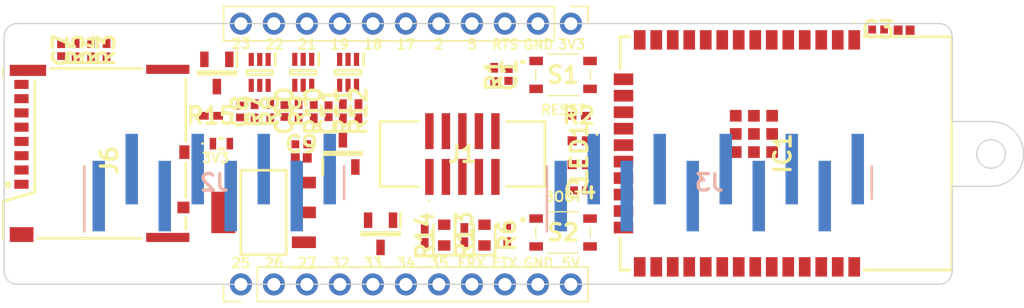
<source format=kicad_pcb>
(kicad_pcb (version 20211014) (generator pcbnew)
  (layers (0 "F.Cu" signal) (31 "B.Cu" signal) (34 "B.Paste" user) (35 "F.Paste" user) (36 "B.SilkS" user "B.Silkscreen") (37 "F.SilkS" user "F.Silkscreen") (38 "B.Mask" user) (39 "F.Mask" user) (44 "Edge.Cuts" user))
  (net 0 "")
  (net 1 "GND")
  (net 2 "RESET")
  (net 3 "+3V3")
  (net 4 "+5V")
  (net 5 "+LDO_3V3")
  (net 7 "GPIO39")
  (net 8 "GPIO34")
  (net 9 "GPIO35")
  (net 10 "GPIO32")
  (net 11 "GPIO33")
  (net 12 "GPIO25")
  (net 13 "GPIO26")
  (net 14 "GPIO27")
  (net 15 "TMS")
  (net 16 "TDI")
  (net 17 "TCK")
  (net 24 "TDO")
  (net 25 "GPIO02")
  (net 26 "Net-(IC1-Pad25)")
  (net 27 "GPIO04")
  (net 28 "GPIO16")
  (net 29 "GPIO17")
  (net 30 "GPIO05")
  (net 31 "GPIO18")
  (net 32 "GPIO19")
  (net 34 "GPIO21")
  (net 35 "TX")
  (net 36 "RX")
  (net 37 "GPIO22")
  (net 38 "GPIO23")
  (net 39 "Net-(IC2-Pad1)")
  (net 40 "+ext_3V3")
  (net 41 "Net-(IC4-Pad1)")
  (net 42 "Net-(IC5-Pad1)")
  (net 43 "+ext_5V")
  (net 44 "FLP_GPIO_0")
  (net 45 "GPIO36")
  (net 46 "GPIO017")
  (net 49 "Net-(J6-Pad2)")
  (net 50 "Net-(J6-Pad3)")
  (net 51 "Net-(J6-Pad5)")
  (net 54 "Net-(LED1-Pad3)")
  (net 55 "Net-(LED2-Pad2)")
  (net 56 "Net-(LED3-Pad2)")
  (net 57 "Net-(LED4-Pad1)")
  (net 58 "Net-(R7-Pad2)")
  (net 59 "Net-(R9-Pad2)")
  (net 60 "Net-(R11-Pad2)")
  (footprint "Libraries:RESC1005X40N" (layer "F.Cu") (at 134.96 96.59 90)
    (fp_text reference "R10" (at 0 0 90) (layer "F.SilkS") (effects (font (size 1.27 1.27) (thickness 0.254))))
    (fp_text value "100K" hide)
    (pad "1" smd rect locked (at -0.55 0 180) (size 0.6 0.75) (layers "F.Cu" "F.Paste" "F.Mask") (net 1 "GND"))
    (pad "2" smd rect locked (at 0.55 0 180) (size 0.6 0.75) (layers "F.Cu" "F.Paste" "F.Mask") (net 41 "Net-(IC4-Pad1)"))
  )
  (footprint "Libraries:RESC1005X40N" (layer "F.Cu") (at 127.05 96.95)
    (fp_text reference "R15" (at 0 0) (layer "F.SilkS") (effects (font (size 1.27 1.27) (thickness 0.254))))
    (fp_text value "1K" hide)
    (pad "1" smd rect locked (at -0.55 0 90) (size 0.6 0.75) (layers "F.Cu" "F.Paste" "F.Mask") (net 3 "+3V3"))
    (pad "2" smd rect locked (at 0.55 0 90) (size 0.6 0.75) (layers "F.Cu" "F.Paste" "F.Mask") (net 57 "Net-(LED4-Pad1)"))
  )
  (footprint "Libraries:RESC1005X40N" (layer "F.Cu") (at 149.85 106.15 -90)
    (fp_text reference "R6" (at 0 0 -90) (layer "F.SilkS") (effects (font (size 1.27 1.27) (thickness 0.254))))
    (fp_text value "10k" hide)
    (pad "1" smd rect locked (at -0.55 0) (size 0.6 0.75) (layers "F.Cu" "F.Paste" "F.Mask") (net 26 "Net-(IC1-Pad25)"))
    (pad "2" smd rect locked (at 0.55 0) (size 0.6 0.75) (layers "F.Cu" "F.Paste" "F.Mask") (net 3 "+3V3"))
  )
  (footprint "Libraries:CAPC1005X55N" (layer "F.Cu") (at 115.52 91.89 -90)
    (fp_text reference "C7" (at 0 0 90) (layer "F.SilkS") (effects (font (size 1.27 1.27) (thickness 0.254))))
    (fp_text value "100n" hide)
    (pad "1" smd rect locked (at -0.46 0 270) (size 0.6 0.62) (layers "F.Cu" "F.Paste" "F.Mask") (net 1 "GND"))
    (pad "2" smd rect locked (at 0.46 0 270) (size 0.6 0.62) (layers "F.Cu" "F.Paste" "F.Mask") (net 3 "+3V3"))
  )
  (footprint "Libraries:RESC1005X40N" (layer "F.Cu") (at 116.63 91.9 -90)
    (fp_text reference "R5" (at 0 0 90) (layer "F.SilkS") (effects (font (size 1.27 1.27) (thickness 0.254))))
    (fp_text value "1K" hide)
    (pad "1" smd rect locked (at -0.55 0) (size 0.6 0.75) (layers "F.Cu" "F.Paste" "F.Mask") (net 31 "GPIO18"))
    (pad "2" smd rect locked (at 0.55 0) (size 0.6 0.75) (layers "F.Cu" "F.Paste" "F.Mask") (net 51 "Net-(J6-Pad5)"))
  )
  (footprint "SamacSys_Parts:SOT96P240X120-3N" (layer "F.Cu") (at 127.5 93.65 -90)
    (fp_text reference "IC2" hide)
    (fp_text value "DMP1045U-7" hide)
    (fp_line (start -0.1 1.45) (end -0.1 -1.45) (layer "F.SilkS") (width 0.2))
    (fp_line (start 0.1 1.45) (end -0.1 1.45) (layer "F.SilkS") (width 0.2))
    (fp_line (start -0.1 -1.45) (end 0.1 -1.45) (layer "F.SilkS") (width 0.2))
    (fp_line (start 0.1 -1.45) (end 0.1 1.45) (layer "F.SilkS") (width 0.2))
    (fp_line (start -1.65 -1.535) (end -0.45 -1.535) (layer "F.SilkS") (width 0.2))
    (pad "1" smd rect locked (at -1.05 -0.96) (size 0.65 1.2) (layers "F.Cu" "F.Paste" "F.Mask") (net 39 "Net-(IC2-Pad1)"))
    (pad "2" smd rect locked (at -1.05 0.96) (size 0.65 1.2) (layers "F.Cu" "F.Paste" "F.Mask") (net 3 "+3V3"))
    (pad "3" smd rect locked (at 1.05 0) (size 0.65 1.2) (layers "F.Cu" "F.Paste" "F.Mask") (net 40 "+ext_3V3"))
  )
  (footprint "SamacSys_Parts:SOT96P240X120-3N" (layer "F.Cu") (at 137.2 99.85 90)
    (fp_text reference "IC4" hide)
    (fp_text value "DMP1045U-7" hide)
    (fp_line (start 0.1 -1.45) (end 0.1 1.45) (layer "F.SilkS") (width 0.2))
    (fp_line (start 0.1 1.45) (end -0.1 1.45) (layer "F.SilkS") (width 0.2))
    (fp_line (start -0.1 -1.45) (end 0.1 -1.45) (layer "F.SilkS") (width 0.2))
    (fp_line (start -1.65 -1.535) (end -0.45 -1.535) (layer "F.SilkS") (width 0.2))
    (fp_line (start -0.1 1.45) (end -0.1 -1.45) (layer "F.SilkS") (width 0.2))
    (pad "1" smd rect locked (at -1.05 -0.96 180) (size 0.65 1.2) (layers "F.Cu" "F.Paste" "F.Mask") (net 41 "Net-(IC4-Pad1)"))
    (pad "2" smd rect locked (at -1.05 0.96 180) (size 0.65 1.2) (layers "F.Cu" "F.Paste" "F.Mask") (net 3 "+3V3"))
    (pad "3" smd rect locked (at 1.05 0 180) (size 0.65 1.2) (layers "F.Cu" "F.Paste" "F.Mask") (net 5 "+LDO_3V3"))
  )
  (footprint "Connector_PinHeader_2.54mm:PinHeader_1x11_P2.54mm_Vertical" (layer "F.Cu") (at 154.75 89.85 -90)
    (fp_text reference "J4" hide)
    (fp_text value "Conn_01x11" hide)
    (fp_line (start 1.33 1.27) (end 1.33 26.73) (layer "F.SilkS") (width 0.12))
    (fp_line (start -1.33 1.27) (end -1.33 26.73) (layer "F.SilkS") (width 0.12))
    (fp_line (start -1.33 26.73) (end 1.33 26.73) (layer "F.SilkS") (width 0.12))
    (fp_line (start -1.33 -1.33) (end 0 -1.33) (layer "F.SilkS") (width 0.12))
    (fp_line (start -1.33 1.27) (end 1.33 1.27) (layer "F.SilkS") (width 0.12))
    (fp_line (start -1.33 0) (end -1.33 -1.33) (layer "F.SilkS") (width 0.12))
    (pad "1" thru_hole circle (at 0 0 270) (size 1.7 1.7) (drill 1) (layers *.Cu *.Mask) (net 3 "+3V3"))
    (pad "2" thru_hole oval (at 0 2.54 270) (size 1.7 1.7) (drill 1) (layers *.Cu *.Mask) (net 1 "GND"))
    (pad "3" thru_hole oval (at 0 5.08 270) (size 1.7 1.7) (drill 1) (layers *.Cu *.Mask) (net 44 "FLP_GPIO_0"))
    (pad "4" thru_hole oval (at 0 7.62 270) (size 1.7 1.7) (drill 1) (layers *.Cu *.Mask) (net 30 "GPIO05"))
    (pad "5" thru_hole oval (at 0 10.16 270) (size 1.7 1.7) (drill 1) (layers *.Cu *.Mask) (net 25 "GPIO02"))
    (pad "6" thru_hole oval (at 0 12.7 270) (size 1.7 1.7) (drill 1) (layers *.Cu *.Mask) (net 29 "GPIO17"))
    (pad "7" thru_hole oval (at 0 15.24 270) (size 1.7 1.7) (drill 1) (layers *.Cu *.Mask) (net 31 "GPIO18"))
    (pad "8" thru_hole oval (at 0 17.78 270) (size 1.7 1.7) (drill 1) (layers *.Cu *.Mask) (net 32 "GPIO19"))
    (pad "9" thru_hole oval (at 0 20.32 270) (size 1.7 1.7) (drill 1) (layers *.Cu *.Mask) (net 34 "GPIO21"))
    (pad "10" thru_hole oval (at 0 22.86 270) (size 1.7 1.7) (drill 1) (layers *.Cu *.Mask) (net 37 "GPIO22"))
    (pad "11" thru_hole oval (at 0 25.4 270) (size 1.7 1.7) (drill 1) (layers *.Cu *.Mask) (net 38 "GPIO23"))
  )
  (footprint "Libraries:CAPC1005X55N" (layer "F.Cu") (at 136.1 96.6 90)
    (fp_text reference "C11" (at 0 0 90) (layer "F.SilkS") (effects (font (size 1.27 1.27) (thickness 0.254))))
    (fp_text value "100n" hide)
    (pad "1" smd rect locked (at -0.46 0 90) (size 0.6 0.62) (layers "F.Cu" "F.Paste" "F.Mask") (net 1 "GND"))
    (pad "2" smd rect locked (at 0.46 0 90) (size 0.6 0.62) (layers "F.Cu" "F.Paste" "F.Mask") (net 43 "+ext_5V"))
  )
  (footprint "SamacSys_Parts:CAPC1005X80N" (layer "F.Cu") (at 180.4 90.35 180)
    (fp_text reference "C2" hide)
    (fp_text value "22uF" hide)
    (pad "1" smd rect locked (at -0.46 0 180) (size 0.69 0.72) (layers "F.Cu" "F.Paste" "F.Mask") (net 1 "GND"))
    (pad "2" smd rect locked (at 0.46 0 180) (size 0.69 0.72) (layers "F.Cu" "F.Paste" "F.Mask") (net 3 "+3V3"))
  )
  (footprint "Libraries:503398-1892" (layer "F.Cu") (at 111.06 106.4 90)
    (fp_text reference "J6" (at 5.996 8.167 90) (layer "F.SilkS") (effects (font (size 1.27 1.27) (thickness 0.254))))
    (fp_text value "503398-1892" hide)
    (fp_line (start 0 2.65) (end 0 10.648) (layer "F.SilkS") (width 0.2))
    (fp_line (start 7.5 14.05) (end 12.3 14.05) (layer "F.SilkS") (width 0.2))
    (fp_line (start 2.849 0) (end 3.554 2.42) (layer "F.SilkS") (width 0.2))
    (fp_line (start 3.554 2.42) (end 12.109 2.42) (layer "F.SilkS") (width 0.2))
    (fp_line (start 3.15 14.05) (end 5.8 14.05) (layer "F.SilkS") (width 0.2))
    (fp_line (start 13.1 3.65) (end 13.1 10.65) (layer "F.SilkS") (width 0.2))
    (fp_line (start 13.1 0) (end 12.474 0) (layer "F.SilkS") (width 0.2))
    (fp_line (start 0.74 14.05) (end 1.6 14.05) (layer "F.SilkS") (width 0.2))
    (fp_line (start 0 0) (end 2.849 0) (layer "F.SilkS") (width 0.2))
    (fp_circle (center 4.116 0.356) (end 4.116 0.41057) (layer "F.SilkS") (width 0.2) (fill none))
    (pad "1" smd rect locked (at 4.17 1.4 90) (size 0.7 1.1) (layers "F.Cu" "F.Paste" "F.Mask"))
    (pad "2" smd rect locked (at 5.27 1.4 90) (size 0.7 1.1) (layers "F.Cu" "F.Paste" "F.Mask") (net 49 "Net-(J6-Pad2)"))
    (pad "3" smd rect locked (at 6.37 1.4 90) (size 0.7 1.1) (layers "F.Cu" "F.Paste" "F.Mask") (net 50 "Net-(J6-Pad3)"))
    (pad "4" smd rect locked (at 7.47 1.4 90) (size 0.7 1.1) (layers "F.Cu" "F.Paste" "F.Mask") (net 3 "+3V3"))
    (pad "5" smd rect locked (at 8.57 1.4 90) (size 0.7 1.1) (layers "F.Cu" "F.Paste" "F.Mask") (net 51 "Net-(J6-Pad5)"))
    (pad "6" smd rect locked (at 9.67 1.4 90) (size 0.7 1.1) (layers "F.Cu" "F.Paste" "F.Mask") (net 1 "GND"))
    (pad "7" smd rect locked (at 10.77 1.4 90) (size 0.7 1.1) (layers "F.Cu" "F.Paste" "F.Mask") (net 32 "GPIO19"))
    (pad "8" smd rect locked (at 11.87 1.4 90) (size 0.7 1.1) (layers "F.Cu" "F.Paste" "F.Mask"))
    (pad "9" smd rect locked (at 2.38 13.865 90) (size 0.9 0.93) (layers "F.Cu" "F.Paste" "F.Mask") (net 1 "GND"))
    (pad "10" smd rect locked (at 6.645 13.94 180) (size 0.78 1.05) (layers "F.Cu" "F.Paste" "F.Mask") (net 1 "GND"))
    (pad "11" smd rect locked (at 13.03 12.665 90) (size 0.7 3.33) (layers "F.Cu" "F.Paste" "F.Mask"))
    (pad "12" smd rect locked (at 12.95 1.9 90) (size 0.86 2.8) (layers "F.Cu" "F.Paste" "F.Mask"))
    (pad "13" smd rect locked (at 0.29 1.415 90) (size 1.14 1.83) (layers "F.Cu" "F.Paste" "F.Mask"))
    (pad "14" smd rect locked (at 0.07 12.665 90) (size 0.7 3.33) (layers "F.Cu" "F.Paste" "F.Mask"))
  )
  (footprint "Libraries:WS2812B2020" (layer "F.Cu") (at 155.4 99.8 90)
    (fp_text reference "LED1" (at 0 0 90) (layer "F.SilkS") (effects (font (size 1.27 1.27) (thickness 0.254))))
    (fp_text value "WS2812B-2020" hide)
    (fp_line (start 1.4 1.3) (end 1.4 1.3) (layer "F.SilkS") (width 0.1))
    (fp_line (start 1.4 1.4) (end 1.4 1.4) (layer "F.SilkS") (width 0.1))
    (fp_arc (start 1.4 1.3) (mid 1.45 1.35) (end 1.4 1.4) (layer "F.SilkS") (width 0.1))
    (fp_arc (start 1.4 1.4) (mid 1.35 1.35) (end 1.4 1.3) (layer "F.SilkS") (width 0.1))
    (pad "1" smd rect locked (at 0.915 0.55 180) (size 0.7 0.7) (layers "F.Cu" "F.Paste" "F.Mask"))
    (pad "2" smd rect locked (at 0.915 -0.55 180) (size 0.7 0.7) (layers "F.Cu" "F.Paste" "F.Mask") (net 1 "GND"))
    (pad "3" smd rect locked (at -0.915 -0.55 180) (size 0.7 0.7) (layers "F.Cu" "F.Paste" "F.Mask") (net 54 "Net-(LED1-Pad3)"))
    (pad "4" smd rect locked (at -0.915 0.55 180) (size 0.7 0.7) (layers "F.Cu" "F.Paste" "F.Mask") (net 4 "+5V"))
  )
  (footprint "Libraries:RESC1005X40N" (layer "F.Cu") (at 117.82 91.9 -90)
    (fp_text reference "R4" (at 0 0 90) (layer "F.SilkS") (effects (font (size 1.27 1.27) (thickness 0.254))))
    (fp_text value "1K" hide)
    (pad "1" smd rect locked (at -0.55 0) (size 0.6 0.75) (layers "F.Cu" "F.Paste" "F.Mask") (net 38 "GPIO23"))
    (pad "2" smd rect locked (at 0.55 0) (size 0.6 0.75) (layers "F.Cu" "F.Paste" "F.Mask") (net 50 "Net-(J6-Pad3)"))
  )
  (footprint "SamacSys_Parts:CAPC1005X70N" (layer "F.Cu") (at 134 100.2)
    (fp_text reference "C6" hide)
    (fp_text value "10uF" hide)
    (pad "1" smd rect locked (at -0.46 0) (size 0.69 0.72) (layers "F.Cu" "F.Paste" "F.Mask") (net 1 "GND"))
    (pad "2" smd rect locked (at 0.46 0) (size 0.69 0.72) (layers "F.Cu" "F.Paste" "F.Mask") (net 4 "+5V"))
  )
  (footprint "Libraries:ESP32WROOM32EN4" (layer "F.Cu") (at 171.3 99.85 -90)
    (fp_text reference "IC1" (at 0 0.25 -90) (layer "F.SilkS") (effects (font (size 1.27 1.27) (thickness 0.254))))
    (fp_text value "ESP32-WROOM-32E-N4" hide)
    (fp_line (start 9 12) (end 9 12.75) (layer "F.SilkS") (width 0.2))
    (fp_line (start -9 -6) (end -9 -12.75) (layer "F.SilkS") (width 0.2))
    (fp_line (start 9 12.75) (end 6.5 12.75) (layer "F.SilkS") (width 0.2))
    (fp_line (start -9 12.75) (end -9 12) (layer "F.SilkS") (width 0.2))
    (fp_line (start -10 -5.26) (end -10 -5.26) (layer "F.SilkS") (width 0.1))
    (fp_line (start -6.5 12.75) (end -9 12.75) (layer "F.SilkS") (width 0.2))
    (fp_line (start -10.1 -5.26) (end -10.1 -5.26) (layer "F.SilkS") (width 0.1))
    (fp_line (start -9 -12.75) (end 9 -12.75) (layer "F.SilkS") (width 0.2))
    (fp_line (start 9 -12.75) (end 9 -6) (layer "F.SilkS") (width 0.2))
    (fp_arc (start -10.1 -5.26) (mid -10.05 -5.31) (end -10 -5.26) (layer "F.SilkS") (width 0.1))
    (fp_arc (start -10 -5.26) (mid -10.05 -5.21) (end -10.1 -5.26) (layer "F.SilkS") (width 0.1))
    (pad "1" smd rect locked (at -8.75 -5.26) (size 0.9 1.5) (layers "F.Cu" "F.Paste" "F.Mask") (net 1 "GND"))
    (pad "2" smd rect locked (at -8.75 -3.99) (size 0.9 1.5) (layers "F.Cu" "F.Paste" "F.Mask") (net 3 "+3V3"))
    (pad "3" smd rect locked (at -8.75 -2.72) (size 0.9 1.5) (layers "F.Cu" "F.Paste" "F.Mask") (net 2 "RESET"))
    (pad "4" smd rect locked (at -8.75 -1.45) (size 0.9 1.5) (layers "F.Cu" "F.Paste" "F.Mask"))
    (pad "5" smd rect locked (at -8.75 -0.18) (size 0.9 1.5) (layers "F.Cu" "F.Paste" "F.Mask") (net 7 "GPIO39"))
    (pad "6" smd rect locked (at -8.75 1.09) (size 0.9 1.5) (layers "F.Cu" "F.Paste" "F.Mask") (net 8 "GPIO34"))
    (pad "7" smd rect locked (at -8.75 2.36) (size 0.9 1.5) (layers "F.Cu" "F.Paste" "F.Mask") (net 9 "GPIO35"))
    (pad "8" smd rect locked (at -8.75 3.63) (size 0.9 1.5) (layers "F.Cu" "F.Paste" "F.Mask") (net 10 "GPIO32"))
    (pad "9" smd rect locked (at -8.75 4.9) (size 0.9 1.5) (layers "F.Cu" "F.Paste" "F.Mask") (net 11 "GPIO33"))
    (pad "10" smd rect locked (at -8.75 6.17) (size 0.9 1.5) (layers "F.Cu" "F.Paste" "F.Mask") (net 12 "GPIO25"))
    (pad "11" smd rect locked (at -8.75 7.44) (size 0.9 1.5) (layers "F.Cu" "F.Paste" "F.Mask") (net 13 "GPIO26"))
    (pad "12" smd rect locked (at -8.75 8.71) (size 0.9 1.5) (layers "F.Cu" "F.Paste" "F.Mask") (net 14 "GPIO27"))
    (pad "13" smd rect locked (at -8.75 9.98) (size 0.9 1.5) (layers "F.Cu" "F.Paste" "F.Mask") (net 15 "TMS"))
    (pad "14" smd rect locked (at -8.75 11.25) (size 0.9 1.5) (layers "F.Cu" "F.Paste" "F.Mask") (net 16 "TDI"))
    (pad "15" smd rect locked (at -5.715 12.5 270) (size 0.9 1.5) (layers "F.Cu" "F.Paste" "F.Mask") (net 1 "GND"))
    (pad "16" smd rect locked (at -4.445 12.5 270) (size 0.9 1.5) (layers "F.Cu" "F.Paste" "F.Mask") (net 17 "TCK"))
    (pad "17" smd rect locked (at -3.175 12.5 270) (size 0.9 1.5) (layers "F.Cu" "F.Paste" "F.Mask"))
    (pad "18" smd rect locked (at -1.905 12.5 270) (size 0.9 1.5) (layers "F.Cu" "F.Paste" "F.Mask"))
    (pad "19" smd rect locked (at -0.635 12.5 270) (size 0.9 1.5) (layers "F.Cu" "F.Paste" "F.Mask"))
    (pad "20" smd rect locked (at 0.635 12.5 270) (size 0.9 1.5) (layers "F.Cu" "F.Paste" "F.Mask"))
    (pad "21" smd rect locked (at 1.905 12.5 270) (size 0.9 1.5) (layers "F.Cu" "F.Paste" "F.Mask"))
    (pad "22" smd rect locked (at 3.175 12.5 270) (size 0.9 1.5) (layers "F.Cu" "F.Paste" "F.Mask"))
    (pad "23" smd rect locked (at 4.445 12.5 270) (size 0.9 1.5) (layers "F.Cu" "F.Paste" "F.Mask") (net 24 "TDO"))
    (pad "24" smd rect locked (at 5.715 12.5 270) (size 0.9 1.5) (layers "F.Cu" "F.Paste" "F.Mask") (net 25 "GPIO02"))
    (pad "25" smd rect locked (at 8.75 11.25) (size 0.9 1.5) (layers "F.Cu" "F.Paste" "F.Mask") (net 26 "Net-(IC1-Pad25)"))
    (pad "26" smd rect locked (at 8.75 9.98) (size 0.9 1.5) (layers "F.Cu" "F.Paste" "F.Mask") (net 27 "GPIO04"))
    (pad "27" smd rect locked (at 8.75 8.71) (size 0.9 1.5) (layers "F.Cu" "F.Paste" "F.Mask") (net 28 "GPIO16"))
    (pad "28" smd rect locked (at 8.75 7.44) (size 0.9 1.5) (layers "F.Cu" "F.Paste" "F.Mask") (net 29 "GPIO17"))
    (pad "29" smd rect locked (at 8.75 6.17) (size 0.9 1.5) (layers "F.Cu" "F.Paste" "F.Mask") (net 30 "GPIO05"))
    (pad "30" smd rect locked (at 8.75 4.9) (size 0.9 1.5) (layers "F.Cu" "F.Paste" "F.Mask") (net 31 "GPIO18"))
    (pad "31" smd rect locked (at 8.75 3.63) (size 0.9 1.5) (layers "F.Cu" "F.Paste" "F.Mask") (net 32 "GPIO19"))
    (pad "32" smd rect locked (at 8.75 2.36) (size 0.9 1.5) (layers "F.Cu" "F.Paste" "F.Mask"))
    (pad "33" smd rect locked (at 8.75 1.09) (size 0.9 1.5) (layers "F.Cu" "F.Paste" "F.Mask") (net 34 "GPIO21"))
    (pad "34" smd rect locked (at 8.75 -0.18) (size 0.9 1.5) (layers "F.Cu" "F.Paste" "F.Mask") (net 35 "TX"))
    (pad "35" smd rect locked (at 8.75 -1.45) (size 0.9 1.5) (layers "F.Cu" "F.Paste" "F.Mask") (net 36 "RX"))
    (pad "36" smd rect locked (at 8.75 -2.72) (size 0.9 1.5) (layers "F.Cu" "F.Paste" "F.Mask") (net 37 "GPIO22"))
    (pad "37" smd rect locked (at 8.75 -3.99) (size 0.9 1.5) (layers "F.Cu" "F.Paste" "F.Mask") (net 38 "GPIO23"))
    (pad "38" smd rect locked (at 8.75 -5.26) (size 0.9 1.5) (layers "F.Cu" "F.Paste" "F.Mask") (net 1 "GND"))
    (pad "39" smd rect locked (at -2.9 1.06) (size 0.9 0.9) (layers "F.Cu" "F.Paste" "F.Mask") (net 1 "GND"))
    (pad "40" smd rect locked (at -2.9 2.46) (size 0.9 0.9) (layers "F.Cu" "F.Paste" "F.Mask") (net 1 "GND"))
    (pad "41" smd rect locked (at -2.9 3.86) (size 0.9 0.9) (layers "F.Cu" "F.Paste" "F.Mask") (net 1 "GND"))
    (pad "42" smd rect locked (at -1.5 3.86) (size 0.9 0.9) (layers "F.Cu" "F.Paste" "F.Mask") (net 1 "GND"))
    (pad "43" smd rect locked (at -0.1 3.86) (size 0.9 0.9) (layers "F.Cu" "F.Paste" "F.Mask") (net 1 "GND"))
    (pad "44" smd rect locked (at -0.1 2.46) (size 0.9 0.9) (layers "F.Cu" "F.Paste" "F.Mask") (net 1 "GND"))
    (pad "45" smd rect locked (at -0.1 1.06) (size 0.9 0.9) (layers "F.Cu" "F.Paste" "F.Mask") (net 1 "GND"))
    (pad "46" smd rect locked (at -1.5 1.06) (size 0.9 0.9) (layers "F.Cu" "F.Paste" "F.Mask") (net 1 "GND"))
    (pad "47" smd rect locked (at -1.5 2.46) (size 0.9 0.9) (layers "F.Cu" "F.Paste" "F.Mask") (net 1 "GND"))
  )
  (footprint "SamacSys_Parts:19217R6CAL1M2VY3T" (layer "F.Cu") (at 127.85 99.1 180)
    (fp_text reference "LED4" hide)
    (fp_text value "3V3" hide)
    (fp_line (start 1.4 0) (end 1.4 0) (layer "F.SilkS") (width 0.1))
    (fp_line (start 0.2 -0.4) (end -0.2 -0.4) (layer "F.SilkS") (width 0.2))
    (fp_line (start 0.2 0.4) (end -0.2 0.4) (layer "F.SilkS") (width 0.2))
    (fp_line (start 1.5 0) (end 1.5 0) (layer "F.SilkS") (width 0.1))
    (fp_arc (start 1.5 0) (mid 1.45 0.05) (end 1.4 0) (layer "F.SilkS") (width 0.1))
    (fp_arc (start 1.4 0) (mid 1.45 -0.05) (end 1.5 0) (layer "F.SilkS") (width 0.1))
    (pad "1" smd rect locked (at 0.65 0 180) (size 0.5 0.9) (layers "F.Cu" "F.Paste" "F.Mask") (net 57 "Net-(LED4-Pad1)"))
    (pad "2" smd rect locked (at -0.65 0 180) (size 0.5 0.9) (layers "F.Cu" "F.Paste" "F.Mask") (net 1 "GND"))
  )
  (footprint "Libraries:RESC1005X40N" (layer "F.Cu") (at 155.35 96.95 180)
    (fp_text reference "R2" (at 0 0) (layer "F.SilkS") (effects (font (size 1.27 1.27) (thickness 0.254))))
    (fp_text value "220" hide)
    (pad "1" smd rect locked (at -0.55 0 270) (size 0.6 0.75) (layers "F.Cu" "F.Paste" "F.Mask") (net 28 "GPIO16"))
    (pad "2" smd rect locked (at 0.55 0 270) (size 0.6 0.75) (layers "F.Cu" "F.Paste" "F.Mask") (net 54 "Net-(LED1-Pad3)"))
  )
  (footprint "Libraries:322010030000" (layer "F.Cu") (at 146.4 99.9)
    (fp_text reference "J1" (at 0 0) (layer "F.SilkS") (effects (font (size 1.27 1.27) (thickness 0.254))))
    (fp_text value "3220-10-0300-00" hide)
    (fp_line (start -2.5 3.6) (end -2.5 3.6) (layer "F.SilkS") (width 0.1))
    (fp_line (start -2.6 3.6) (end -2.6 3.6) (layer "F.SilkS") (width 0.1))
    (fp_line (start 6.35 2.5) (end 3.4 2.5) (layer "F.SilkS") (width 0.2))
    (fp_line (start -6.35 -2.5) (end -6.35 2.5) (layer "F.SilkS") (width 0.2))
    (fp_line (start -6.35 2.5) (end -3.4 2.5) (layer "F.SilkS") (width 0.2))
    (fp_line (start 3.4 -2.5) (end 6.35 -2.5) (layer "F.SilkS") (width 0.2))
    (fp_line (start 6.35 -2.5) (end 6.35 2.5) (layer "F.SilkS") (width 0.2))
    (fp_line (start -3.4 -2.5) (end -6.35 -2.5) (layer "F.SilkS") (width 0.2))
    (fp_arc (start -2.6 3.6) (mid -2.55 3.55) (end -2.5 3.6) (layer "F.SilkS") (width 0.1))
    (fp_arc (start -2.5 3.6) (mid -2.55 3.65) (end -2.6 3.6) (layer "F.SilkS") (width 0.1))
    (pad "1" smd rect locked (at -2.54 1.765) (size 0.65 2.77) (layers "F.Cu" "F.Paste" "F.Mask") (net 3 "+3V3"))
    (pad "2" smd rect locked (at -2.54 -1.765) (size 0.65 2.77) (layers "F.Cu" "F.Paste" "F.Mask") (net 15 "TMS"))
    (pad "3" smd rect locked (at -1.27 1.765) (size 0.65 2.77) (layers "F.Cu" "F.Paste" "F.Mask") (net 1 "GND"))
    (pad "4" smd rect locked (at -1.27 -1.765) (size 0.65 2.77) (layers "F.Cu" "F.Paste" "F.Mask") (net 17 "TCK"))
    (pad "5" smd rect locked (at 0 1.765) (size 0.65 2.77) (layers "F.Cu" "F.Paste" "F.Mask") (net 1 "GND"))
    (pad "6" smd rect locked (at 0 -1.765) (size 0.65 2.77) (layers "F.Cu" "F.Paste" "F.Mask") (net 24 "TDO"))
    (pad "7" smd rect locked (at 1.27 1.765) (size 0.65 2.77) (layers "F.Cu" "F.Paste" "F.Mask") (net 1 "GND"))
    (pad "8" smd rect locked (at 1.27 -1.765) (size 0.65 2.77) (layers "F.Cu" "F.Paste" "F.Mask") (net 16 "TDI"))
    (pad "9" smd rect locked (at 2.54 1.765) (size 0.65 2.77) (layers "F.Cu" "F.Paste" "F.Mask") (net 1 "GND"))
    (pad "10" smd rect locked (at 2.54 -1.765) (size 0.65 2.77) (layers "F.Cu" "F.Paste" "F.Mask") (net 2 "RESET"))
  )
  (footprint "SamacSys_Parts:CAPC1005X80N" (layer "F.Cu") (at 126.1 102.25 -90)
    (fp_text reference "C5" hide)
    (fp_text value "22uF" hide)
    (pad "1" smd rect locked (at -0.46 0 270) (size 0.69 0.72) (layers "F.Cu" "F.Paste" "F.Mask") (net 1 "GND"))
    (pad "2" smd rect locked (at 0.46 0 270) (size 0.69 0.72) (layers "F.Cu" "F.Paste" "F.Mask") (net 5 "+LDO_3V3"))
  )
  (footprint "SamacSys_Parts:SOT96P240X120-3N" (layer "F.Cu") (at 140.1 106.05 -90)
    (fp_text reference "IC5" hide)
    (fp_text value "DMP1045U-7" hide)
    (fp_line (start -0.1 1.45) (end -0.1 -1.45) (layer "F.SilkS") (width 0.2))
    (fp_line (start 0.1 1.45) (end -0.1 1.45) (layer "F.SilkS") (width 0.2))
    (fp_line (start -0.1 -1.45) (end 0.1 -1.45) (layer "F.SilkS") (width 0.2))
    (fp_line (start 0.1 -1.45) (end 0.1 1.45) (layer "F.SilkS") (width 0.2))
    (fp_line (start -1.65 -1.535) (end -0.45 -1.535) (layer "F.SilkS") (width 0.2))
    (pad "1" smd rect locked (at -1.05 -0.96) (size 0.65 1.2) (layers "F.Cu" "F.Paste" "F.Mask") (net 42 "Net-(IC5-Pad1)"))
    (pad "2" smd rect locked (at -1.05 0.96) (size 0.65 1.2) (layers "F.Cu" "F.Paste" "F.Mask") (net 4 "+5V"))
    (pad "3" smd rect locked (at 1.05 0) (size 0.65 1.2) (layers "F.Cu" "F.Paste" "F.Mask") (net 43 "+ext_5V"))
  )
  (footprint "SamacSys_Parts:LEDC1608X50N" (layer "F.Cu") (at 148.1 106.15 90)
    (fp_text reference "LED2" hide)
    (fp_text value "TX" hide)
    (fp_line (start -1.55 0.825) (end 0.8 0.825) (layer "F.SilkS") (width 0.2))
    (fp_line (start -1.55 -0.825) (end -1.55 0.825) (layer "F.SilkS") (width 0.2))
    (fp_line (start 0.8 -0.825) (end -1.55 -0.825) (layer "F.SilkS") (width 0.2))
    (pad "1" smd rect locked (at -0.8 0 90) (size 0.8 0.95) (layers "F.Cu" "F.Paste" "F.Mask") (net 36 "RX"))
    (pad "2" smd rect locked (at 0.8 0 90) (size 0.8 0.95) (layers "F.Cu" "F.Paste" "F.Mask") (net 55 "Net-(LED2-Pad2)"))
  )
  (footprint "Libraries:SKRPABE010" (layer "F.Cu") (at 154.15 105.95)
    (fp_text reference "S2" (at 0 0) (layer "F.SilkS") (effects (font (size 1.27 1.27) (thickness 0.254))))
    (fp_text value "SKRPABE010" hide)
    (fp_line (start -3 -1) (end -3 -1) (layer "F.SilkS") (width 0.2))
    (fp_line (start -1.2 -1.6) (end 1.2 -1.6) (layer "F.SilkS") (width 0.1))
    (fp_line (start -3 -1) (end -3 -1) (layer "F.SilkS") (width 0.1))
    (fp_line (start -1.2 1.6) (end 1.2 1.6) (layer "F.SilkS") (width 0.1))
    (fp_line (start 2.1 -0.4) (end 2.1 0.4) (layer "F.SilkS") (width 0.1))
    (fp_line (start -3.2 -1) (end -3.2 -1) (layer "F.SilkS") (width 0.2))
    (fp_line (start -2.1 -0.4) (end -2.1 0.4) (layer "F.SilkS") (width 0.1))
    (fp_arc (start -3.2 -1) (mid -3.1 -1.1) (end -3 -1) (layer "F.SilkS") (width 0.2))
    (fp_arc (start -3 -1) (mid -3.1 -0.9) (end -3.2 -1) (layer "F.SilkS") (width 0.2))
    (pad "1" smd rect locked (at -2.075 -1.075 90) (size 0.65 1.05) (layers "F.Cu" "F.Paste" "F.Mask") (net 26 "Net-(IC1-Pad25)"))
    (pad "2" smd rect locked (at 2.075 -1.075 90) (size 0.65 1.05) (layers "F.Cu" "F.Paste" "F.Mask"))
    (pad "3" smd rect locked (at -2.075 1.075 90) (size 0.65 1.05) (layers "F.Cu" "F.Paste" "F.Mask"))
    (pad "4" smd rect locked (at 2.075 1.075 90) (size 0.65 1.05) (layers "F.Cu" "F.Paste" "F.Mask") (net 1 "GND"))
  )
  (footprint "Libraries:CAPC1005X55N" (layer "F.Cu") (at 155.45 102.7)
    (fp_text reference "C4" (at 0 0) (layer "F.SilkS") (effects (font (size 1.27 1.27) (thickness 0.254))))
    (fp_text value "100nF" hide)
    (pad "1" smd rect locked (at -0.46 0) (size 0.6 0.62) (layers "F.Cu" "F.Paste" "F.Mask") (net 1 "GND"))
    (pad "2" smd rect locked (at 0.46 0) (size 0.6 0.62) (layers "F.Cu" "F.Paste" "F.Mask") (net 4 "+5V"))
  )
  (footprint "SamacSys_Parts:SOT230P700X180-4N" (layer "F.Cu") (at 131.1 104.4 180)
    (fp_text reference "IC3" hide)
    (fp_text value "AZ1117H-3.3TRE1" hide)
    (fp_line (start 1.75 3.25) (end -1.75 3.25) (layer "F.SilkS") (width 0.2))
    (fp_line (start -4.025 -4.25) (end -2.175 -4.25) (layer "F.SilkS") (width 0.2))
    (fp_line (start -1.75 -3.25) (end 1.75 -3.25) (layer "F.SilkS") (width 0.2))
    (fp_line (start -1.75 3.25) (end -1.75 -3.25) (layer "F.SilkS") (width 0.2))
    (fp_line (start 1.75 -3.25) (end 1.75 3.25) (layer "F.SilkS") (width 0.2))
    (pad "1" smd rect locked (at -3.1 -2.3 270) (size 0.9 1.85) (layers "F.Cu" "F.Paste" "F.Mask") (net 1 "GND"))
    (pad "2" smd rect locked (at -3.1 0 270) (size 0.9 1.85) (layers "F.Cu" "F.Paste" "F.Mask") (net 5 "+LDO_3V3"))
    (pad "3" smd rect locked (at -3.1 2.3 270) (size 0.9 1.85) (layers "F.Cu" "F.Paste" "F.Mask") (net 4 "+5V"))
    (pad "4" smd rect locked (at 3.1 0 180) (size 1.85 3.2) (layers "F.Cu" "F.Paste" "F.Mask") (net 5 "+LDO_3V3"))
  )
  (footprint "Libraries:CAPC1005X55N" (layer "F.Cu") (at 178.4 90.3)
    (fp_text reference "C3" (at 0 0) (layer "F.SilkS") (effects (font (size 1.27 1.27) (thickness 0.254))))
    (fp_text value "100n" hide)
    (pad "1" smd rect locked (at -0.46 0) (size 0.6 0.62) (layers "F.Cu" "F.Paste" "F.Mask") (net 1 "GND"))
    (pad "2" smd rect locked (at 0.46 0) (size 0.6 0.62) (layers "F.Cu" "F.Paste" "F.Mask") (net 3 "+3V3"))
  )
  (footprint "Libraries:CAPC1005X55N" (layer "F.Cu") (at 129.29 96.62 90)
    (fp_text reference "C8" (at 0 0 90) (layer "F.SilkS") (effects (font (size 1.27 1.27) (thickness 0.254))))
    (fp_text value "100n" hide)
    (pad "1" smd rect locked (at -0.46 0 90) (size 0.6 0.62) (layers "F.Cu" "F.Paste" "F.Mask") (net 1 "GND"))
    (pad "2" smd rect locked (at 0.46 0 90) (size 0.6 0.62) (layers "F.Cu" "F.Paste" "F.Mask") (net 40 "+ext_3V3"))
  )
  (footprint "SamacSys_Parts:SOT65P210X110-6N" (layer "F.Cu") (at 137.6 93.6 -90)
    (fp_text reference "U3" hide)
    (fp_text value "MMDT2907A-7-F" hide)
    (fp_line (start 0.15 1) (end -0.15 1) (layer "F.SilkS") (width 0.2))
    (fp_line (start -0.15 -1) (end 0.15 -1) (layer "F.SilkS") (width 0.2))
    (fp_line (start -1.5 -1.2) (end -0.5 -1.2) (layer "F.SilkS") (width 0.2))
    (fp_line (start -0.15 1) (end -0.15 -1) (layer "F.SilkS") (width 0.2))
    (fp_line (start 0.15 -1) (end 0.15 1) (layer "F.SilkS") (width 0.2))
    (pad "1" smd rect locked (at -1 -0.65) (size 0.4 1) (layers "F.Cu" "F.Paste" "F.Mask") (net 4 "+5V"))
    (pad "2" smd rect locked (at -1 0) (size 0.4 1) (layers "F.Cu" "F.Paste" "F.Mask") (net 60 "Net-(R11-Pad2)"))
    (pad "3" smd rect locked (at -1 0.65) (size 0.4 1) (layers "F.Cu" "F.Paste" "F.Mask") (net 60 "Net-(R11-Pad2)"))
    (pad "4" smd rect locked (at 1 0.65) (size 0.4 1) (layers "F.Cu" "F.Paste" "F.Mask") (net 43 "+ext_5V"))
    (pad "5" smd rect locked (at 1 0) (size 0.4 1) (layers "F.Cu" "F.Paste" "F.Mask") (net 60 "Net-(R11-Pad2)"))
    (pad "6" smd rect locked (at 1 -0.65) (size 0.4 1) (layers "F.Cu" "F.Paste" "F.Mask") (net 42 "Net-(IC5-Pad1)"))
  )
  (footprint "Libraries:SKRPABE010" (layer "F.Cu") (at 154.15 93.8)
    (fp_text reference "S1" (at 0 0) (layer "F.SilkS") (effects (font (size 1.27 1.27) (thickness 0.254))))
    (fp_text value "SKRPABE010" hide)
    (fp_line (start -1.2 1.6) (end 1.2 1.6) (layer "F.SilkS") (width 0.1))
    (fp_line (start -3 -1) (end -3 -1) (layer "F.SilkS") (width 0.1))
    (fp_line (start 2.1 -0.4) (end 2.1 0.4) (layer "F.SilkS") (width 0.1))
    (fp_line (start -1.2 -1.6) (end 1.2 -1.6) (layer "F.SilkS") (width 0.1))
    (fp_line (start -3.2 -1) (end -3.2 -1) (layer "F.SilkS") (width 0.2))
    (fp_line (start -3 -1) (end -3 -1) (layer "F.SilkS") (width 0.2))
    (fp_line (start -2.1 -0.4) (end -2.1 0.4) (layer "F.SilkS") (width 0.1))
    (fp_arc (start -3.2 -1) (mid -3.1 -1.1) (end -3 -1) (layer "F.SilkS") (width 0.2))
    (fp_arc (start -3 -1) (mid -3.1 -0.9) (end -3.2 -1) (layer "F.SilkS") (width 0.2))
    (pad "1" smd rect locked (at -2.075 -1.075 90) (size 0.65 1.05) (layers "F.Cu" "F.Paste" "F.Mask") (net 2 "RESET"))
    (pad "2" smd rect locked (at 2.075 -1.075 90) (size 0.65 1.05) (layers "F.Cu" "F.Paste" "F.Mask"))
    (pad "3" smd rect locked (at -2.075 1.075 90) (size 0.65 1.05) (layers "F.Cu" "F.Paste" "F.Mask"))
    (pad "4" smd rect locked (at 2.075 1.075 90) (size 0.65 1.05) (layers "F.Cu" "F.Paste" "F.Mask") (net 1 "GND"))
  )
  (footprint "Libraries:RESC1005X40N" (layer "F.Cu") (at 148.85 93.8 90)
    (fp_text reference "R1" (at 0 0 90) (layer "F.SilkS") (effects (font (size 1.27 1.27) (thickness 0.254))))
    (fp_text value "10k" hide)
    (pad "1" smd rect locked (at -0.55 0 180) (size 0.6 0.75) (layers "F.Cu" "F.Paste" "F.Mask") (net 2 "RESET"))
    (pad "2" smd rect locked (at 0.55 0 180) (size 0.6 0.75) (layers "F.Cu" "F.Paste" "F.Mask") (net 3 "+3V3"))
  )
  (footprint "Libraries:CAPC1005X55N" (layer "F.Cu") (at 134 99.15)
    (fp_text reference "C9" (at 0 0) (layer "F.SilkS") (effects (font (size 1.27 1.27) (thickness 0.254))))
    (fp_text value "100n" hide)
    (pad "1" smd rect locked (at -0.46 0) (size 0.6 0.62) (layers "F.Cu" "F.Paste" "F.Mask") (net 1 "GND"))
    (pad "2" smd rect locked (at 0.46 0) (size 0.6 0.62) (layers "F.Cu" "F.Paste" "F.Mask") (net 4 "+5V"))
  )
  (footprint "Libraries:RESC1005X40N" (layer "F.Cu") (at 131.61 96.6 90)
    (fp_text reference "R8" (at 0 0 90) (layer "F.SilkS") (effects (font (size 1.27 1.27) (thickness 0.254))))
    (fp_text value "100K" hide)
    (pad "1" smd rect locked (at -0.55 0 180) (size 0.6 0.75) (layers "F.Cu" "F.Paste" "F.Mask") (net 1 "GND"))
    (pad "2" smd rect locked (at 0.55 0 180) (size 0.6 0.75) (layers "F.Cu" "F.Paste" "F.Mask") (net 39 "Net-(IC2-Pad1)"))
  )
  (footprint "Connector_PinHeader_2.54mm:PinHeader_1x11_P2.54mm_Vertical" (layer "F.Cu") (at 129.35 109.95 90)
    (fp_text reference "J5" hide)
    (fp_text value "Conn_01x11" hide)
    (fp_line (start -1.33 1.27) (end 1.33 1.27) (layer "F.SilkS") (width 0.12))
    (fp_line (start -1.33 0) (end -1.33 -1.33) (layer "F.SilkS") (width 0.12))
    (fp_line (start -1.33 -1.33) (end 0 -1.33) (layer "F.SilkS") (width 0.12))
    (fp_line (start 1.33 1.27) (end 1.33 26.73) (layer "F.SilkS") (width 0.12))
    (fp_line (start -1.33 26.73) (end 1.33 26.73) (layer "F.SilkS") (width 0.12))
    (fp_line (start -1.33 1.27) (end -1.33 26.73) (layer "F.SilkS") (width 0.12))
    (pad "1" thru_hole circle (at 0 0 90) (size 1.7 1.7) (drill 1) (layers *.Cu *.Mask) (net 12 "GPIO25"))
    (pad "2" thru_hole oval (at 0 2.54 90) (size 1.7 1.7) (drill 1) (layers *.Cu *.Mask) (net 13 "GPIO26"))
    (pad "3" thru_hole oval (at 0 5.08 90) (size 1.7 1.7) (drill 1) (layers *.Cu *.Mask) (net 14 "GPIO27"))
    (pad "4" thru_hole oval (at 0 7.62 90) (size 1.7 1.7) (drill 1) (layers *.Cu *.Mask) (net 10 "GPIO32"))
    (pad "5" thru_hole oval (at 0 10.16 90) (size 1.7 1.7) (drill 1) (layers *.Cu *.Mask) (net 11 "GPIO33"))
    (pad "6" thru_hole oval (at 0 12.7 90) (size 1.7 1.7) (drill 1) (layers *.Cu *.Mask) (net 8 "GPIO34"))
    (pad "7" thru_hole oval (at 0 15.24 90) (size 1.7 1.7) (drill 1) (layers *.Cu *.Mask) (net 9 "GPIO35"))
    (pad "8" thru_hole oval (at 0 17.78 90) (size 1.7 1.7) (drill 1) (layers *.Cu *.Mask) (net 35 "TX"))
    (pad "9" thru_hole oval (at 0 20.32 90) (size 1.7 1.7) (drill 1) (layers *.Cu *.Mask) (net 36 "RX"))
    (pad "10" thru_hole oval (at 0 22.86 90) (size 1.7 1.7) (drill 1) (layers *.Cu *.Mask) (net 1 "GND"))
    (pad "11" thru_hole oval (at 0 25.4 90) (size 1.7 1.7) (drill 1) (layers *.Cu *.Mask) (net 4 "+5V"))
  )
  (footprint "Libraries:RESC1005X40N" (layer "F.Cu") (at 138.4 96.6 90)
    (fp_text reference "R12" (at 0 0 90) (layer "F.SilkS") (effects (font (size 1.27 1.27) (thickness 0.254))))
    (fp_text value "100K" hide)
    (pad "1" smd rect locked (at -0.55 0 180) (size 0.6 0.75) (layers "F.Cu" "F.Paste" "F.Mask") (net 1 "GND"))
    (pad "2" smd rect locked (at 0.55 0 180) (size 0.6 0.75) (layers "F.Cu" "F.Paste" "F.Mask") (net 42 "Net-(IC5-Pad1)"))
  )
  (footprint "Libraries:CAPC1005X60N" (layer "F.Cu") (at 149.95 93.8 -90)
    (fp_text reference "C1" (at 0 0 -90) (layer "F.SilkS") (effects (font (size 1.27 1.27) (thickness 0.254))))
    (fp_text value "1u" hide)
    (pad "1" smd rect locked (at -0.46 0 270) (size 0.62 0.64) (layers "F.Cu" "F.Paste" "F.Mask") (net 1 "GND"))
    (pad "2" smd rect locked (at 0.46 0 270) (size 0.62 0.64) (layers "F.Cu" "F.Paste" "F.Mask") (net 2 "RESET"))
  )
  (footprint "Libraries:RESC1005X40N" (layer "F.Cu") (at 137.2 96.6 90)
    (fp_text reference "R11" (at 0 0 90) (layer "F.SilkS") (effects (font (size 1.27 1.27) (thickness 0.254))))
    (fp_text value "100K" hide)
    (pad "1" smd rect locked (at -0.55 0 180) (size 0.6 0.75) (layers "F.Cu" "F.Paste" "F.Mask") (net 1 "GND"))
    (pad "2" smd rect locked (at 0.55 0 180) (size 0.6 0.75) (layers "F.Cu" "F.Paste" "F.Mask") (net 60 "Net-(R11-Pad2)"))
  )
  (footprint "Libraries:CAPC1005X55N" (layer "F.Cu") (at 132.71 96.58 90)
    (fp_text reference "C10" (at 0 0 90) (layer "F.SilkS") (effects (font (size 1.27 1.27) (thickness 0.254))))
    (fp_text value "100n" hide)
    (pad "1" smd rect locked (at -0.46 0 90) (size 0.6 0.62) (layers "F.Cu" "F.Paste" "F.Mask") (net 1 "GND"))
    (pad "2" smd rect locked (at 0.46 0 90) (size 0.6 0.62) (layers "F.Cu" "F.Paste" "F.Mask") (net 5 "+LDO_3V3"))
  )
  (footprint "Libraries:RESC1005X40N" (layer "F.Cu") (at 146.55 106.15 90)
    (fp_text reference "R13" (at 0 0 90) (layer "F.SilkS") (effects (font (size 1.27 1.27) (thickness 0.254))))
    (fp_text value "1K" hide)
    (pad "1" smd rect locked (at -0.55 0 180) (size 0.6 0.75) (layers "F.Cu" "F.Paste" "F.Mask") (net 3 "+3V3"))
    (pad "2" smd rect locked (at 0.55 0 180) (size 0.6 0.75) (layers "F.Cu" "F.Paste" "F.Mask") (net 55 "Net-(LED2-Pad2)"))
  )
  (footprint "Libraries:RESC1005X40N" (layer "F.Cu") (at 143.5 106.2 90)
    (fp_text reference "R14" (at 0 0 90) (layer "F.SilkS") (effects (font (size 1.27 1.27) (thickness 0.254))))
    (fp_text value "1K" hide)
    (pad "1" smd rect locked (at -0.55 0 180) (size 0.6 0.75) (layers "F.Cu" "F.Paste" "F.Mask") (net 3 "+3V3"))
    (pad "2" smd rect locked (at 0.55 0 180) (size 0.6 0.75) (layers "F.Cu" "F.Paste" "F.Mask") (net 56 "Net-(LED3-Pad2)"))
  )
  (footprint "SamacSys_Parts:SOT65P210X110-6N" (layer "F.Cu") (at 134.15 93.6 -90)
    (fp_text reference "U2" hide)
    (fp_text value "MMDT2907A-7-F" hide)
    (fp_line (start 0.15 1) (end -0.15 1) (layer "F.SilkS") (width 0.2))
    (fp_line (start -0.15 1) (end -0.15 -1) (layer "F.SilkS") (width 0.2))
    (fp_line (start 0.15 -1) (end 0.15 1) (layer "F.SilkS") (width 0.2))
    (fp_line (start -0.15 -1) (end 0.15 -1) (layer "F.SilkS") (width 0.2))
    (fp_line (start -1.5 -1.2) (end -0.5 -1.2) (layer "F.SilkS") (width 0.2))
    (pad "1" smd rect locked (at -1 -0.65) (size 0.4 1) (layers "F.Cu" "F.Paste" "F.Mask") (net 3 "+3V3"))
    (pad "2" smd rect locked (at -1 0) (size 0.4 1) (layers "F.Cu" "F.Paste" "F.Mask") (net 59 "Net-(R9-Pad2)"))
    (pad "3" smd rect locked (at -1 0.65) (size 0.4 1) (layers "F.Cu" "F.Paste" "F.Mask") (net 59 "Net-(R9-Pad2)"))
    (pad "4" smd rect locked (at 1 0.65) (size 0.4 1) (layers "F.Cu" "F.Paste" "F.Mask") (net 5 "+LDO_3V3"))
    (pad "5" smd rect locked (at 1 0) (size 0.4 1) (layers "F.Cu" "F.Paste" "F.Mask") (net 59 "Net-(R9-Pad2)"))
    (pad "6" smd rect locked (at 1 -0.65) (size 0.4 1) (layers "F.Cu" "F.Paste" "F.Mask") (net 41 "Net-(IC4-Pad1)"))
  )
  (footprint "Libraries:RESC1005X40N" (layer "F.Cu") (at 133.79 96.59 90)
    (fp_text reference "R9" (at 0 0 90) (layer "F.SilkS") (effects (font (size 1.27 1.27) (thickness 0.254))))
    (fp_text value "100K" hide)
    (pad "1" smd rect locked (at -0.55 0 180) (size 0.6 0.75) (layers "F.Cu" "F.Paste" "F.Mask") (net 1 "GND"))
    (pad "2" smd rect locked (at 0.55 0 180) (size 0.6 0.75) (layers "F.Cu" "F.Paste" "F.Mask") (net 59 "Net-(R9-Pad2)"))
  )
  (footprint "SamacSys_Parts:SOT65P210X110-6N" (layer "F.Cu") (at 130.8 93.61 -90)
    (fp_text reference "U1" hide)
    (fp_text value "MMDT2907A-7-F" hide)
    (fp_line (start -1.5 -1.2) (end -0.5 -1.2) (layer "F.SilkS") (width 0.2))
    (fp_line (start 0.15 1) (end -0.15 1) (layer "F.SilkS") (width 0.2))
    (fp_line (start -0.15 -1) (end 0.15 -1) (layer "F.SilkS") (width 0.2))
    (fp_line (start -0.15 1) (end -0.15 -1) (layer "F.SilkS") (width 0.2))
    (fp_line (start 0.15 -1) (end 0.15 1) (layer "F.SilkS") (width 0.2))
    (pad "1" smd rect locked (at -1 -0.65) (size 0.4 1) (layers "F.Cu" "F.Paste" "F.Mask") (net 3 "+3V3"))
    (pad "2" smd rect locked (at -1 0) (size 0.4 1) (layers "F.Cu" "F.Paste" "F.Mask") (net 58 "Net-(R7-Pad2)"))
    (pad "3" smd rect locked (at -1 0.65) (size 0.4 1) (layers "F.Cu" "F.Paste" "F.Mask") (net 58 "Net-(R7-Pad2)"))
    (pad "4" smd rect locked (at 1 0.65) (size 0.4 1) (layers "F.Cu" "F.Paste" "F.Mask") (net 40 "+ext_3V3"))
    (pad "5" smd rect locked (at 1 0) (size 0.4 1) (layers "F.Cu" "F.Paste" "F.Mask") (net 58 "Net-(R7-Pad2)"))
    (pad "6" smd rect locked (at 1 -0.65) (size 0.4 1) (layers "F.Cu" "F.Paste" "F.Mask") (net 39 "Net-(IC2-Pad1)"))
  )
  (footprint "Libraries:RESC1005X40N" (layer "F.Cu") (at 119.01 91.9 -90)
    (fp_text reference "R3" (at 0 0 90) (layer "F.SilkS") (effects (font (size 1.27 1.27) (thickness 0.254))))
    (fp_text value "1K" hide)
    (pad "1" smd rect locked (at -0.55 0) (size 0.6 0.75) (layers "F.Cu" "F.Paste" "F.Mask") (net 27 "GPIO04"))
    (pad "2" smd rect locked (at 0.55 0) (size 0.6 0.75) (layers "F.Cu" "F.Paste" "F.Mask") (net 49 "Net-(J6-Pad2)"))
  )
  (footprint "Libraries:RESC1005X40N" (layer "F.Cu") (at 130.41 96.61 90)
    (fp_text reference "R7" (at 0 0 90) (layer "F.SilkS") (effects (font (size 1.27 1.27) (thickness 0.254))))
    (fp_text value "100K" hide)
    (pad "1" smd rect locked (at -0.55 0 180) (size 0.6 0.75) (layers "F.Cu" "F.Paste" "F.Mask") (net 1 "GND"))
    (pad "2" smd rect locked (at 0.55 0 180) (size 0.6 0.75) (layers "F.Cu" "F.Paste" "F.Mask") (net 58 "Net-(R7-Pad2)"))
  )
  (footprint "SamacSys_Parts:LEDC1608X50N" (layer "F.Cu") (at 145 106.15 90)
    (fp_text reference "LED3" hide)
    (fp_text value "RX" hide)
    (fp_line (start -1.55 0.825) (end 0.8 0.825) (layer "F.SilkS") (width 0.2))
    (fp_line (start 0.8 -0.825) (end -1.55 -0.825) (layer "F.SilkS") (width 0.2))
    (fp_line (start -1.55 -0.825) (end -1.55 0.825) (layer "F.SilkS") (width 0.2))
    (pad "1" smd rect locked (at -0.8 0 90) (size 0.8 0.95) (layers "F.Cu" "F.Paste" "F.Mask") (net 35 "TX"))
    (pad "2" smd rect locked (at 0.8 0 90) (size 0.8 0.95) (layers "F.Cu" "F.Paste" "F.Mask") (net 56 "Net-(LED3-Pad2)"))
  )
  (footprint "Libraries:HUSRSP10W66P254_2500X250X850P" (layer "B.Cu") (at 165.4 102.1)
    (fp_text reference "J3" (at 0 0 180) (layer "B.SilkS") (effects (font (size 1.27 1.27) (thickness 0.254)) (justify mirror)))
    (fp_text value "DZ254S-11-10-48" hide)
    (fp_line (start -12.5 -1.25) (end -12.5 3.76) (layer "B.SilkS") (width 0.2))
    (fp_line (start 12.5 -1.25) (end 12.5 1.25) (layer "B.SilkS") (width 0.2))
    (pad "1" smd rect locked (at -11.43 1.04) (size 0.96 5.44) (layers "B.Cu" "B.Paste" "B.Mask") (net 40 "+ext_3V3"))
    (pad "2" smd rect locked (at -8.89 -1.04) (size 0.96 5.44) (layers "B.Cu" "B.Paste" "B.Mask") (net 7 "GPIO39"))
    (pad "3" smd rect locked (at -6.35 1.04) (size 0.96 5.44) (layers "B.Cu" "B.Paste" "B.Mask") (net 1 "GND"))
    (pad "4" smd rect locked (at -3.81 -1.04) (size 0.96 5.44) (layers "B.Cu" "B.Paste" "B.Mask") (net 45 "GPIO36"))
    (pad "5" smd rect locked (at -1.27 1.04) (size 0.96 5.44) (layers "B.Cu" "B.Paste" "B.Mask") (net 35 "TX"))
    (pad "6" smd rect locked (at 1.27 -1.04) (size 0.96 5.44) (layers "B.Cu" "B.Paste" "B.Mask") (net 36 "RX"))
    (pad "7" smd rect locked (at 3.81 1.04) (size 0.96 5.44) (layers "B.Cu" "B.Paste" "B.Mask") (net 31 "GPIO18"))
    (pad "8" smd rect locked (at 6.35 -1.04) (size 0.96 5.44) (layers "B.Cu" "B.Paste" "B.Mask") (net 46 "GPIO017"))
    (pad "9" smd rect locked (at 8.89 1.04) (size 0.96 5.44) (layers "B.Cu" "B.Paste" "B.Mask"))
    (pad "10" smd rect locked (at 11.43 -1.04) (size 0.96 5.44) (layers "B.Cu" "B.Paste" "B.Mask") (net 1 "GND"))
  )
  (footprint "Libraries:HUSRSP8W66P254_2000X250X850P" (layer "B.Cu") (at 127.3 102.1)
    (fp_text reference "J2" (at 0 0 180) (layer "B.SilkS") (effects (font (size 1.27 1.27) (thickness 0.254)) (justify mirror)))
    (fp_text value "X6511WVS-08H-C60D48R2" hide)
    (fp_line (start -10 -1.25) (end -10 3.76) (layer "B.SilkS") (width 0.2))
    (fp_line (start 10 -1.25) (end 10 1.25) (layer "B.SilkS") (width 0.2))
    (pad "1" smd rect locked (at -8.89 1.04) (size 0.96 5.44) (layers "B.Cu" "B.Paste" "B.Mask") (net 43 "+ext_5V"))
    (pad "2" smd rect locked (at -6.35 -1.04) (size 0.96 5.44) (layers "B.Cu" "B.Paste" "B.Mask") (net 38 "GPIO23"))
    (pad "3" smd rect locked (at -3.81 1.04) (size 0.96 5.44) (layers "B.Cu" "B.Paste" "B.Mask") (net 32 "GPIO19"))
    (pad "4" smd rect locked (at -1.27 -1.04) (size 0.96 5.44) (layers "B.Cu" "B.Paste" "B.Mask") (net 31 "GPIO18"))
    (pad "5" smd rect locked (at 1.27 1.04) (size 0.96 5.44) (layers "B.Cu" "B.Paste" "B.Mask") (net 30 "GPIO05"))
    (pad "6" smd rect locked (at 3.81 -1.04) (size 0.96 5.44) (layers "B.Cu" "B.Paste" "B.Mask") (net 44 "FLP_GPIO_0"))
    (pad "7" smd rect locked (at 6.35 1.04) (size 0.96 5.44) (layers "B.Cu" "B.Paste" "B.Mask") (net 2 "RESET"))
    (pad "8" smd rect locked (at 8.89 -1.04) (size 0.96 5.44) (layers "B.Cu" "B.Paste" "B.Mask") (net 1 "GND"))
  )
  (gr_arc (start 112.13 109.94) (mid 111.422893 109.647107) (end 111.13 108.94) (layer "Edge.Cuts") (width 0.1))
  (gr_line (start 184.09 108.94) (end 184.09 102.39) (layer "Edge.Cuts") (width 0.1))
  (gr_line (start 184.09 97.39) (end 184.09 90.84) (layer "Edge.Cuts") (width 0.1))
  (gr_line (start 128.365 89.84) (end 112.13 89.84) (layer "Edge.Cuts") (width 0.1))
  (gr_arc (start 184.09 108.94) (mid 183.797107 109.647107) (end 183.09 109.94) (layer "Edge.Cuts") (width 0.1))
  (gr_line (start 183.09 89.84) (end 155.765 89.84) (layer "Edge.Cuts") (width 0.1))
  (gr_line (start 128.365 109.94) (end 155.765 109.94) (layer "Edge.Cuts") (width 0.1))
  (gr_arc (start 111.13 90.84) (mid 111.422893 90.132893) (end 112.13 89.84) (layer "Edge.Cuts") (width 0.1))
  (gr_circle (center 187.09 99.89) (end 188.19 99.89) (layer "Edge.Cuts") (width 0.1) (fill none))
  (gr_line (start 111.13 90.84) (end 111.13 108.94) (layer "Edge.Cuts") (width 0.1))
  (gr_arc (start 187.09 97.39) (mid 189.59 99.89) (end 187.09 102.39) (layer "Edge.Cuts") (width 0.1))
  (gr_arc (start 183.09 89.84) (mid 183.797107 90.132893) (end 184.09 90.84) (layer "Edge.Cuts") (width 0.1))
  (gr_line (start 184.09 102.39) (end 187.09 102.39) (layer "Edge.Cuts") (width 0.1))
  (gr_line (start 128.385 89.84) (end 155.765 89.84) (layer "Edge.Cuts") (width 0.1))
  (gr_line (start 155.765 109.94) (end 183.09 109.94) (layer "Edge.Cuts") (width 0.1))
  (gr_line (start 187.09 97.39) (end 184.09 97.39) (layer "Edge.Cuts") (width 0.1))
  (gr_line (start 112.13 109.94) (end 128.365 109.94) (layer "Edge.Cuts") (width 0.1))
  (gr_text "25" (at 129.35 108.3) (layer "F.SilkS") (effects (font (size 0.75 0.75))))
  (gr_text "17" (at 142.05 91.45) (layer "F.SilkS") (effects (font (size 0.75 0.75))))
  (gr_text "3V3" (at 127.4 100.2) (layer "F.SilkS") (effects (font (size 0.75 0.75))))
  (gr_text "GND" (at 152.25 91.45) (layer "F.SilkS") (effects (font (size 0.75 0.75))))
  (gr_text "19" (at 136.95 91.45) (layer "F.SilkS") (effects (font (size 0.75 0.75))))
  (gr_text "33" (at 139.5 108.3) (layer "F.SilkS") (effects (font (size 0.75 0.75))))
  (gr_text "ERX" (at 147.1 108.3) (layer "F.SilkS") (effects (font (size 0.75 0.75))))
  (gr_text "23" (at 129.35 91.4) (layer "F.SilkS") (effects (font (size 0.75 0.75))))
  (gr_text "27" (at 134.45 108.3) (layer "F.SilkS") (effects (font (size 0.75 0.75))))
  (gr_text "34" (at 142.05 108.3) (layer "F.SilkS") (effects (font (size 0.75 0.75))))
  (gr_text "35" (at 144.6 108.3) (layer "F.SilkS") (effects (font (size 0.75 0.75))))
  (gr_text "BOOT" (at 154.15 103.2) (layer "F.SilkS") (effects (font (size 0.75 0.75))))
  (gr_text "RTS" (at 149.7 91.45) (layer "F.SilkS") (effects (font (size 0.75 0.75))))
  (gr_text "GND" (at 152.25 108.3) (layer "F.SilkS") (effects (font (size 0.75 0.75))))
  (gr_text "5" (at 147.15 91.45) (layer "F.SilkS") (effects (font (size 0.75 0.75))))
  (gr_text "2" (at 144.6 91.45) (layer "F.SilkS") (effects (font (size 0.75 0.75))))
  (gr_text "21" (at 134.45 91.45) (layer "F.SilkS") (effects (font (size 0.75 0.75))))
  (gr_text "3V3" (at 154.8 91.45) (layer "F.SilkS") (effects (font (size 0.75 0.75))))
  (gr_text "26" (at 131.9 108.3) (layer "F.SilkS") (effects (font (size 0.75 0.75))))
  (gr_text "ETX" (at 149.65 108.3) (layer "F.SilkS") (effects (font (size 0.75 0.75))))
  (gr_text "22" (at 131.95 91.45) (layer "F.SilkS") (effects (font (size 0.75 0.75))))
  (gr_text "5V" (at 154.75 108.3) (layer "F.SilkS") (effects (font (size 0.75 0.75))))
  (gr_text "18" (at 139.5 91.45) (layer "F.SilkS") (effects (font (size 0.75 0.75))))
  (gr_text "32" (at 137 108.3) (layer "F.SilkS") (effects (font (size 0.75 0.75))))
  (gr_text "RESET" (at 154.15 96.5) (layer "F.SilkS") (effects (font (size 0.75 0.75))))
)
</source>
